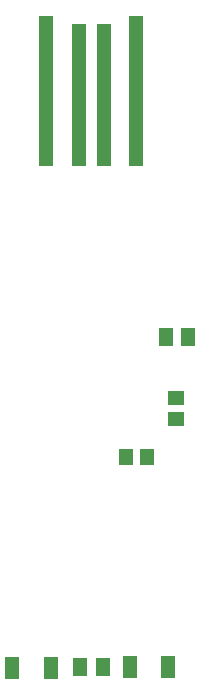
<source format=gbr>
G04 EAGLE Gerber RS-274X export*
G75*
%MOMM*%
%FSLAX34Y34*%
%LPD*%
%INSolderpaste Top*%
%IPPOS*%
%AMOC8*
5,1,8,0,0,1.08239X$1,22.5*%
G01*
G04 Define Apertures*
%ADD10R,1.300000X1.500000*%
%ADD11R,1.164600X1.465300*%
%ADD12R,1.465300X1.164600*%
%ADD13R,1.274700X1.850000*%
%ADD14R,1.270000X12.700000*%
%ADD15R,1.270000X12.000000*%
D10*
X164340Y355600D03*
X183340Y355600D03*
X111100Y76200D03*
X92100Y76200D03*
D11*
X130946Y254000D03*
X148454Y254000D03*
D12*
X173087Y303391D03*
X173087Y285883D03*
D13*
X67003Y75586D03*
X34597Y75586D03*
X166440Y76200D03*
X134034Y76200D03*
D14*
X63500Y563500D03*
D15*
X90800Y560000D03*
X112400Y560000D03*
D14*
X139700Y563500D03*
M02*

</source>
